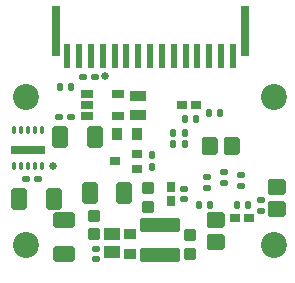
<source format=gbr>
%TF.GenerationSoftware,Altium Limited,Altium Designer,20.1.12 (249)*%
G04 Layer_Color=255*
%FSLAX45Y45*%
%MOMM*%
%TF.SameCoordinates,27206DED-D720-4121-B7EB-46A740E941A3*%
%TF.FilePolarity,Positive*%
%TF.FileFunction,Pads,Top*%
%TF.Part,Single*%
G01*
G75*
%TA.AperFunction,SMDPad,CuDef*%
G04:AMPARAMS|DCode=12|XSize=1mm|YSize=1mm|CornerRadius=0.1mm|HoleSize=0mm|Usage=FLASHONLY|Rotation=0.000|XOffset=0mm|YOffset=0mm|HoleType=Round|Shape=RoundedRectangle|*
%AMROUNDEDRECTD12*
21,1,1.00000,0.80000,0,0,0.0*
21,1,0.80000,1.00000,0,0,0.0*
1,1,0.20000,0.40000,-0.40000*
1,1,0.20000,-0.40000,-0.40000*
1,1,0.20000,-0.40000,0.40000*
1,1,0.20000,0.40000,0.40000*
%
%ADD12ROUNDEDRECTD12*%
G04:AMPARAMS|DCode=13|XSize=3.4mm|YSize=1.2mm|CornerRadius=0.12mm|HoleSize=0mm|Usage=FLASHONLY|Rotation=180.000|XOffset=0mm|YOffset=0mm|HoleType=Round|Shape=RoundedRectangle|*
%AMROUNDEDRECTD13*
21,1,3.40000,0.96000,0,0,180.0*
21,1,3.16000,1.20000,0,0,180.0*
1,1,0.24000,-1.58000,0.48000*
1,1,0.24000,1.58000,0.48000*
1,1,0.24000,1.58000,-0.48000*
1,1,0.24000,-1.58000,-0.48000*
%
%ADD13ROUNDEDRECTD13*%
G04:AMPARAMS|DCode=14|XSize=1.1mm|YSize=1.4mm|CornerRadius=0.11mm|HoleSize=0mm|Usage=FLASHONLY|Rotation=90.000|XOffset=0mm|YOffset=0mm|HoleType=Round|Shape=RoundedRectangle|*
%AMROUNDEDRECTD14*
21,1,1.10000,1.18000,0,0,90.0*
21,1,0.88000,1.40000,0,0,90.0*
1,1,0.22000,0.59000,0.44000*
1,1,0.22000,0.59000,-0.44000*
1,1,0.22000,-0.59000,-0.44000*
1,1,0.22000,-0.59000,0.44000*
%
%ADD14ROUNDEDRECTD14*%
G04:AMPARAMS|DCode=15|XSize=1.3mm|YSize=1.5mm|CornerRadius=0.13mm|HoleSize=0mm|Usage=FLASHONLY|Rotation=90.000|XOffset=0mm|YOffset=0mm|HoleType=Round|Shape=RoundedRectangle|*
%AMROUNDEDRECTD15*
21,1,1.30000,1.24000,0,0,90.0*
21,1,1.04000,1.50000,0,0,90.0*
1,1,0.26000,0.62000,0.52000*
1,1,0.26000,0.62000,-0.52000*
1,1,0.26000,-0.62000,-0.52000*
1,1,0.26000,-0.62000,0.52000*
%
%ADD15ROUNDEDRECTD15*%
G04:AMPARAMS|DCode=16|XSize=0.9mm|YSize=1mm|CornerRadius=0.09mm|HoleSize=0mm|Usage=FLASHONLY|Rotation=0.000|XOffset=0mm|YOffset=0mm|HoleType=Round|Shape=RoundedRectangle|*
%AMROUNDEDRECTD16*
21,1,0.90000,0.82000,0,0,0.0*
21,1,0.72000,1.00000,0,0,0.0*
1,1,0.18000,0.36000,-0.41000*
1,1,0.18000,-0.36000,-0.41000*
1,1,0.18000,-0.36000,0.41000*
1,1,0.18000,0.36000,0.41000*
%
%ADD16ROUNDEDRECTD16*%
G04:AMPARAMS|DCode=17|XSize=1.8mm|YSize=1.3mm|CornerRadius=0.13mm|HoleSize=0mm|Usage=FLASHONLY|Rotation=270.000|XOffset=0mm|YOffset=0mm|HoleType=Round|Shape=RoundedRectangle|*
%AMROUNDEDRECTD17*
21,1,1.80000,1.04000,0,0,270.0*
21,1,1.54000,1.30000,0,0,270.0*
1,1,0.26000,-0.52000,-0.77000*
1,1,0.26000,-0.52000,0.77000*
1,1,0.26000,0.52000,0.77000*
1,1,0.26000,0.52000,-0.77000*
%
%ADD17ROUNDEDRECTD17*%
%ADD18R,0.60000X2.00000*%
%ADD19R,0.70000X4.20000*%
G04:AMPARAMS|DCode=20|XSize=0.7mm|YSize=0.85mm|CornerRadius=0.07mm|HoleSize=0mm|Usage=FLASHONLY|Rotation=0.000|XOffset=0mm|YOffset=0mm|HoleType=Round|Shape=RoundedRectangle|*
%AMROUNDEDRECTD20*
21,1,0.70000,0.71000,0,0,0.0*
21,1,0.56000,0.85000,0,0,0.0*
1,1,0.14000,0.28000,-0.35500*
1,1,0.14000,-0.28000,-0.35500*
1,1,0.14000,-0.28000,0.35500*
1,1,0.14000,0.28000,0.35500*
%
%ADD20ROUNDEDRECTD20*%
G04:AMPARAMS|DCode=21|XSize=0.8mm|YSize=1.4mm|CornerRadius=0.04mm|HoleSize=0mm|Usage=FLASHONLY|Rotation=270.000|XOffset=0mm|YOffset=0mm|HoleType=Round|Shape=RoundedRectangle|*
%AMROUNDEDRECTD21*
21,1,0.80000,1.32000,0,0,270.0*
21,1,0.72000,1.40000,0,0,270.0*
1,1,0.08000,-0.66000,-0.36000*
1,1,0.08000,-0.66000,0.36000*
1,1,0.08000,0.66000,0.36000*
1,1,0.08000,0.66000,-0.36000*
%
%ADD21ROUNDEDRECTD21*%
G04:AMPARAMS|DCode=22|XSize=1mm|YSize=0.9mm|CornerRadius=0.09mm|HoleSize=0mm|Usage=FLASHONLY|Rotation=180.000|XOffset=0mm|YOffset=0mm|HoleType=Round|Shape=RoundedRectangle|*
%AMROUNDEDRECTD22*
21,1,1.00000,0.72000,0,0,180.0*
21,1,0.82000,0.90000,0,0,180.0*
1,1,0.18000,-0.41000,0.36000*
1,1,0.18000,0.41000,0.36000*
1,1,0.18000,0.41000,-0.36000*
1,1,0.18000,-0.41000,-0.36000*
%
%ADD22ROUNDEDRECTD22*%
%ADD23C,0.63500*%
G04:AMPARAMS|DCode=24|XSize=0.65mm|YSize=0.3mm|CornerRadius=0.045mm|HoleSize=0mm|Usage=FLASHONLY|Rotation=90.000|XOffset=0mm|YOffset=0mm|HoleType=Round|Shape=RoundedRectangle|*
%AMROUNDEDRECTD24*
21,1,0.65000,0.21000,0,0,90.0*
21,1,0.56000,0.30000,0,0,90.0*
1,1,0.09000,0.10500,0.28000*
1,1,0.09000,0.10500,-0.28000*
1,1,0.09000,-0.10500,-0.28000*
1,1,0.09000,-0.10500,0.28000*
%
%ADD24ROUNDEDRECTD24*%
G04:AMPARAMS|DCode=25|XSize=0.7mm|YSize=2.9mm|CornerRadius=0.07mm|HoleSize=0mm|Usage=FLASHONLY|Rotation=90.000|XOffset=0mm|YOffset=0mm|HoleType=Round|Shape=RoundedRectangle|*
%AMROUNDEDRECTD25*
21,1,0.70000,2.76000,0,0,90.0*
21,1,0.56000,2.90000,0,0,90.0*
1,1,0.14000,1.38000,0.28000*
1,1,0.14000,1.38000,-0.28000*
1,1,0.14000,-1.38000,-0.28000*
1,1,0.14000,-1.38000,0.28000*
%
%ADD25ROUNDEDRECTD25*%
G04:AMPARAMS|DCode=26|XSize=0.7mm|YSize=0.9mm|CornerRadius=0.0875mm|HoleSize=0mm|Usage=FLASHONLY|Rotation=90.000|XOffset=0mm|YOffset=0mm|HoleType=Round|Shape=RoundedRectangle|*
%AMROUNDEDRECTD26*
21,1,0.70000,0.72500,0,0,90.0*
21,1,0.52500,0.90000,0,0,90.0*
1,1,0.17500,0.36250,0.26250*
1,1,0.17500,0.36250,-0.26250*
1,1,0.17500,-0.36250,-0.26250*
1,1,0.17500,-0.36250,0.26250*
%
%ADD26ROUNDEDRECTD26*%
G04:AMPARAMS|DCode=27|XSize=0.5mm|YSize=0.65mm|CornerRadius=0.05mm|HoleSize=0mm|Usage=FLASHONLY|Rotation=180.000|XOffset=0mm|YOffset=0mm|HoleType=Round|Shape=RoundedRectangle|*
%AMROUNDEDRECTD27*
21,1,0.50000,0.55000,0,0,180.0*
21,1,0.40000,0.65000,0,0,180.0*
1,1,0.10000,-0.20000,0.27500*
1,1,0.10000,0.20000,0.27500*
1,1,0.10000,0.20000,-0.27500*
1,1,0.10000,-0.20000,-0.27500*
%
%ADD27ROUNDEDRECTD27*%
G04:AMPARAMS|DCode=28|XSize=0.6mm|YSize=1.1mm|CornerRadius=0.06mm|HoleSize=0mm|Usage=FLASHONLY|Rotation=90.000|XOffset=0mm|YOffset=0mm|HoleType=Round|Shape=RoundedRectangle|*
%AMROUNDEDRECTD28*
21,1,0.60000,0.98000,0,0,90.0*
21,1,0.48000,1.10000,0,0,90.0*
1,1,0.12000,0.49000,0.24000*
1,1,0.12000,0.49000,-0.24000*
1,1,0.12000,-0.49000,-0.24000*
1,1,0.12000,-0.49000,0.24000*
%
%ADD28ROUNDEDRECTD28*%
G04:AMPARAMS|DCode=29|XSize=0.6mm|YSize=0.5mm|CornerRadius=0.05mm|HoleSize=0mm|Usage=FLASHONLY|Rotation=270.000|XOffset=0mm|YOffset=0mm|HoleType=Round|Shape=RoundedRectangle|*
%AMROUNDEDRECTD29*
21,1,0.60000,0.40000,0,0,270.0*
21,1,0.50000,0.50000,0,0,270.0*
1,1,0.10000,-0.20000,-0.25000*
1,1,0.10000,-0.20000,0.25000*
1,1,0.10000,0.20000,0.25000*
1,1,0.10000,0.20000,-0.25000*
%
%ADD29ROUNDEDRECTD29*%
G04:AMPARAMS|DCode=30|XSize=0.6mm|YSize=0.5mm|CornerRadius=0.05mm|HoleSize=0mm|Usage=FLASHONLY|Rotation=180.000|XOffset=0mm|YOffset=0mm|HoleType=Round|Shape=RoundedRectangle|*
%AMROUNDEDRECTD30*
21,1,0.60000,0.40000,0,0,180.0*
21,1,0.50000,0.50000,0,0,180.0*
1,1,0.10000,-0.25000,0.20000*
1,1,0.10000,0.25000,0.20000*
1,1,0.10000,0.25000,-0.20000*
1,1,0.10000,-0.25000,-0.20000*
%
%ADD30ROUNDEDRECTD30*%
G04:AMPARAMS|DCode=31|XSize=1.3mm|YSize=1.5mm|CornerRadius=0.13mm|HoleSize=0mm|Usage=FLASHONLY|Rotation=180.000|XOffset=0mm|YOffset=0mm|HoleType=Round|Shape=RoundedRectangle|*
%AMROUNDEDRECTD31*
21,1,1.30000,1.24000,0,0,180.0*
21,1,1.04000,1.50000,0,0,180.0*
1,1,0.26000,-0.52000,0.62000*
1,1,0.26000,0.52000,0.62000*
1,1,0.26000,0.52000,-0.62000*
1,1,0.26000,-0.52000,-0.62000*
%
%ADD31ROUNDEDRECTD31*%
G04:AMPARAMS|DCode=32|XSize=0.5mm|YSize=0.65mm|CornerRadius=0.05mm|HoleSize=0mm|Usage=FLASHONLY|Rotation=90.000|XOffset=0mm|YOffset=0mm|HoleType=Round|Shape=RoundedRectangle|*
%AMROUNDEDRECTD32*
21,1,0.50000,0.55000,0,0,90.0*
21,1,0.40000,0.65000,0,0,90.0*
1,1,0.10000,0.27500,0.20000*
1,1,0.10000,0.27500,-0.20000*
1,1,0.10000,-0.27500,-0.20000*
1,1,0.10000,-0.27500,0.20000*
%
%ADD32ROUNDEDRECTD32*%
G04:AMPARAMS|DCode=33|XSize=1.8mm|YSize=1.3mm|CornerRadius=0.13mm|HoleSize=0mm|Usage=FLASHONLY|Rotation=180.000|XOffset=0mm|YOffset=0mm|HoleType=Round|Shape=RoundedRectangle|*
%AMROUNDEDRECTD33*
21,1,1.80000,1.04000,0,0,180.0*
21,1,1.54000,1.30000,0,0,180.0*
1,1,0.26000,-0.77000,0.52000*
1,1,0.26000,0.77000,0.52000*
1,1,0.26000,0.77000,-0.52000*
1,1,0.26000,-0.77000,-0.52000*
%
%ADD33ROUNDEDRECTD33*%
G04:AMPARAMS|DCode=34|XSize=0.7mm|YSize=0.85mm|CornerRadius=0.07mm|HoleSize=0mm|Usage=FLASHONLY|Rotation=90.000|XOffset=0mm|YOffset=0mm|HoleType=Round|Shape=RoundedRectangle|*
%AMROUNDEDRECTD34*
21,1,0.70000,0.71000,0,0,90.0*
21,1,0.56000,0.85000,0,0,90.0*
1,1,0.14000,0.35500,0.28000*
1,1,0.14000,0.35500,-0.28000*
1,1,0.14000,-0.35500,-0.28000*
1,1,0.14000,-0.35500,0.28000*
%
%ADD34ROUNDEDRECTD34*%
%TA.AperFunction,WasherPad*%
%ADD39C,2.20000*%
D12*
X1232500Y677500D02*
D03*
Y517500D02*
D03*
X777500Y287500D02*
D03*
Y447500D02*
D03*
X1591705Y120759D02*
D03*
Y280759D02*
D03*
D13*
X1332500Y370000D02*
D03*
Y110000D02*
D03*
D14*
X930000Y287500D02*
D03*
Y137500D02*
D03*
D15*
X2327500Y500000D02*
D03*
Y690000D02*
D03*
X1811983Y409324D02*
D03*
Y219324D02*
D03*
D16*
X972500Y1135000D02*
D03*
X1142500D02*
D03*
D17*
X490001Y1114999D02*
D03*
X780000D02*
D03*
X432500Y587500D02*
D03*
X142500D02*
D03*
X1030000Y637500D02*
D03*
X740000D02*
D03*
D18*
X550000Y1800000D02*
D03*
X650000D02*
D03*
X750000D02*
D03*
X850000D02*
D03*
X950000D02*
D03*
X1050000D02*
D03*
X1150000D02*
D03*
X1250000D02*
D03*
X1350000D02*
D03*
X1450000D02*
D03*
X1550000D02*
D03*
X1650000D02*
D03*
X1750000D02*
D03*
X1850000D02*
D03*
X1950000D02*
D03*
D19*
X450000Y2010000D02*
D03*
X2050000D02*
D03*
D20*
X1427500Y569000D02*
D03*
Y686000D02*
D03*
D21*
X1147500Y1302500D02*
D03*
Y1462500D02*
D03*
D22*
X1080000Y287500D02*
D03*
Y117500D02*
D03*
D23*
X430000Y867500D02*
D03*
X870000Y1627500D02*
D03*
D24*
X97500Y867500D02*
D03*
X157500D02*
D03*
X215000D02*
D03*
X277500D02*
D03*
X337500D02*
D03*
Y1172500D02*
D03*
X277500D02*
D03*
X217500D02*
D03*
X157500D02*
D03*
X97500D02*
D03*
D25*
X217500Y1002500D02*
D03*
D26*
X1142500Y842500D02*
D03*
Y972500D02*
D03*
X952500Y907500D02*
D03*
D27*
X490000Y1537500D02*
D03*
X580000D02*
D03*
X1985000Y540000D02*
D03*
X2075000D02*
D03*
X1637500Y1267500D02*
D03*
X1547500D02*
D03*
X1752500Y1315000D02*
D03*
X1842500D02*
D03*
X1755000Y540000D02*
D03*
X1665000D02*
D03*
D28*
X715000Y1477500D02*
D03*
Y1382500D02*
D03*
Y1287500D02*
D03*
X975000D02*
D03*
Y1477500D02*
D03*
D29*
X1442500Y1149999D02*
D03*
Y1049999D02*
D03*
X1542500Y1050000D02*
D03*
Y1150000D02*
D03*
X1265000Y957500D02*
D03*
Y857500D02*
D03*
D30*
X785000Y1622500D02*
D03*
X685000D02*
D03*
X482500Y1285000D02*
D03*
X582500D02*
D03*
X197500Y752500D02*
D03*
X297500D02*
D03*
D31*
X1755000Y1037500D02*
D03*
X1945000D02*
D03*
D32*
X792500Y167500D02*
D03*
Y77500D02*
D03*
X2017500Y697500D02*
D03*
Y787500D02*
D03*
X1537500Y675000D02*
D03*
Y585000D02*
D03*
X1732500Y772500D02*
D03*
Y682500D02*
D03*
X2185000Y575000D02*
D03*
Y485000D02*
D03*
X1877500Y812500D02*
D03*
Y722500D02*
D03*
D33*
X520000Y120000D02*
D03*
Y410000D02*
D03*
D34*
X1971500Y430000D02*
D03*
X2088500D02*
D03*
X1637500Y1380000D02*
D03*
X1520500D02*
D03*
D39*
X200000Y1450000D02*
D03*
X2300000D02*
D03*
Y200000D02*
D03*
X200000D02*
D03*
%TF.MD5,893de15a6b98c706eec74975a05ea869*%
M02*

</source>
